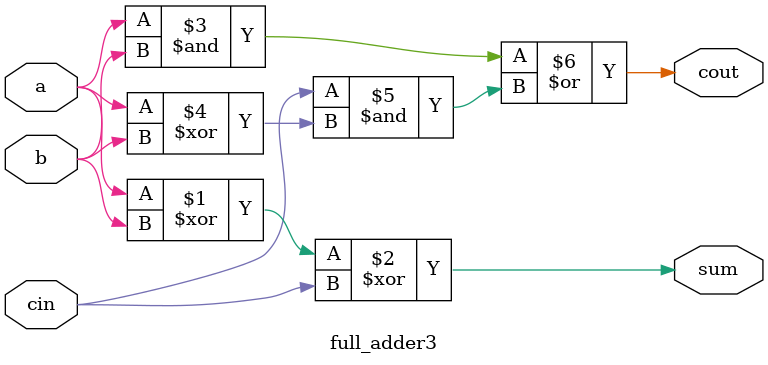
<source format=v>
`timescale 1ns / 1ps


module full_adder3(
    input a,
    input b,
    input cin,
    output sum,
    output cout
    );
    
    assign sum = a ^ b^ cin;
    assign cout = (a & b) | (cin & (a ^ b));
endmodule

</source>
